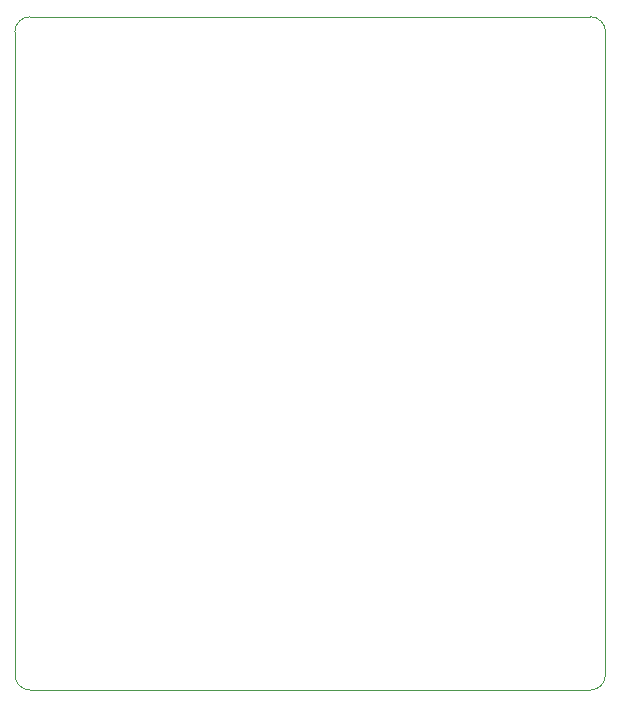
<source format=gbr>
G04*
G04 #@! TF.GenerationSoftware,Altium Limited,Altium Designer,24.6.1 (21)*
G04*
G04 Layer_Color=0*
%FSLAX25Y25*%
%MOIN*%
G70*
G04*
G04 #@! TF.SameCoordinates,E50FEA8C-7DC8-4ABE-93B5-960DD125A3C4*
G04*
G04*
G04 #@! TF.FilePolarity,Positive*
G04*
G01*
G75*
%ADD44C,0.00100*%
D44*
X0Y5000D02*
Y219409D01*
D02*
G02*
X5000Y224409I5000J0D01*
G01*
X191850D01*
D02*
G02*
X196850Y219409I0J-5000D01*
G01*
Y5000D01*
D02*
G02*
X191850Y0I-5000J0D01*
G01*
X5000D01*
D02*
G02*
X0Y5000I0J5000D01*
G01*
M02*

</source>
